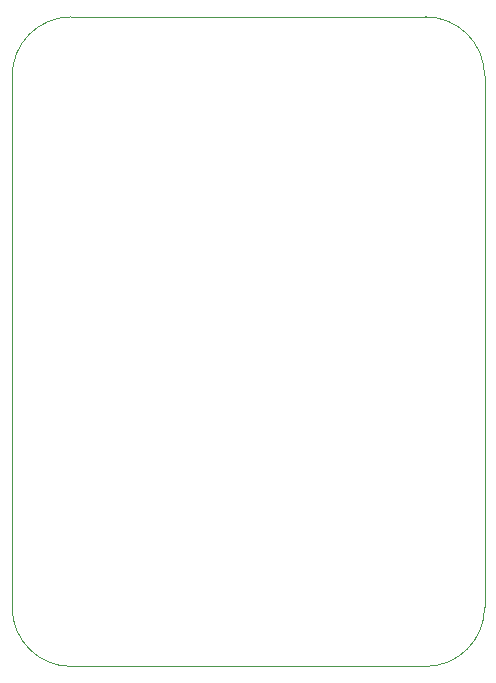
<source format=gbr>
%TF.GenerationSoftware,KiCad,Pcbnew,9.0.2*%
%TF.CreationDate,2025-06-20T15:59:31-04:00*%
%TF.ProjectId,proj02-g05,70726f6a-3032-42d6-9730-352e6b696361,rev?*%
%TF.SameCoordinates,Original*%
%TF.FileFunction,Profile,NP*%
%FSLAX46Y46*%
G04 Gerber Fmt 4.6, Leading zero omitted, Abs format (unit mm)*
G04 Created by KiCad (PCBNEW 9.0.2) date 2025-06-20 15:59:31*
%MOMM*%
%LPD*%
G01*
G04 APERTURE LIST*
%TA.AperFunction,Profile*%
%ADD10C,0.050000*%
%TD*%
G04 APERTURE END LIST*
D10*
X127500000Y-83000000D02*
X97500000Y-83000000D01*
X132500000Y-33000000D02*
X132500000Y-78000000D01*
X92500000Y-78000000D02*
X92500000Y-33000000D01*
X97500000Y-83000000D02*
G75*
G02*
X92500000Y-78000000I0J5000000D01*
G01*
X132500000Y-78000000D02*
G75*
G02*
X127500000Y-83000000I-5000000J0D01*
G01*
X127500000Y-28000000D02*
G75*
G02*
X132500000Y-33000000I0J-5000000D01*
G01*
X92500000Y-33000000D02*
G75*
G02*
X97500000Y-28000000I5000000J0D01*
G01*
X97500000Y-28000000D02*
X127500000Y-28000000D01*
M02*

</source>
